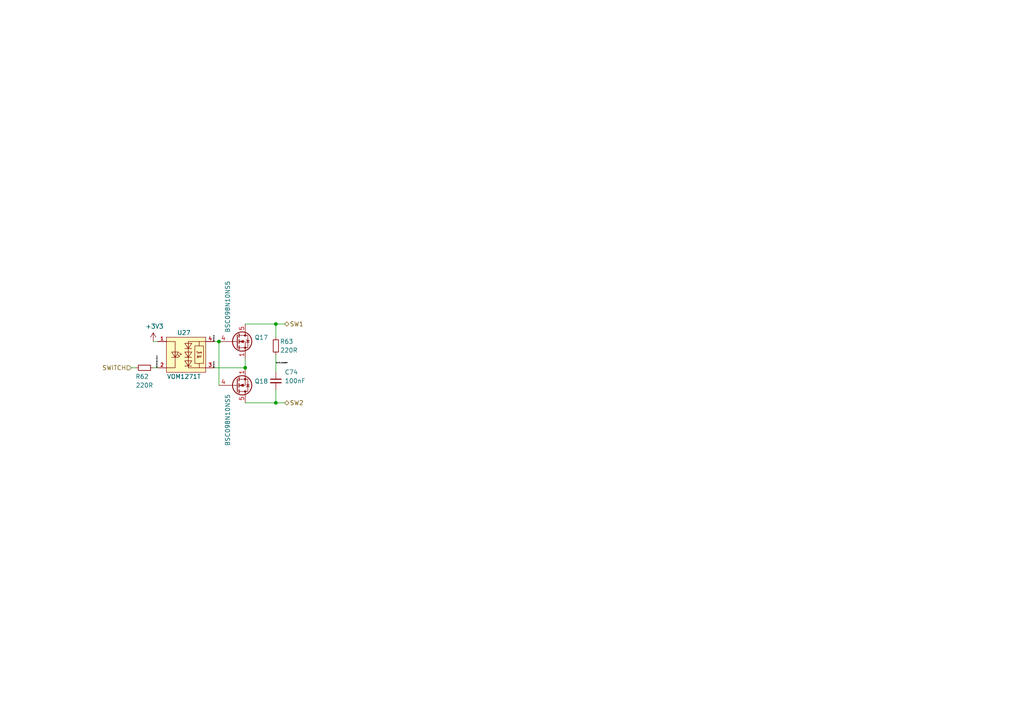
<source format=kicad_sch>
(kicad_sch (version 20230121) (generator eeschema)
  (paper "A4")
  (lib_symbols
    (symbol "Device:C_Small" (pin_numbers hide) (pin_names (offset 0.254) hide)
      (property "Reference" "C" (at 0.254 1.778 0))
      (property "Value" "C_Small" (at 0.254 -2.032 0))
      (symbol "C_Small_0_1"
        (polyline (pts (xy -1.524 -0.508) (xy 1.524 -0.508)) (stroke (width 0.3302)))
        (polyline (pts (xy -1.524 0.508) (xy 1.524 0.508)) (stroke (width 0.3048)))
      )
      (symbol "C_Small_1_1"
        (pin passive line (at 0 2.54 270) (length 2.032) (name "~") (number "1"))
        (pin passive line (at 0 -2.54 90) (length 2.032) (name "~") (number "2"))
      )
    )
    (symbol "Device:R_Small" (pin_numbers hide) (pin_names (offset 0.254) hide)
      (property "Reference" "R" (at 0.762 0.508 0))
      (property "Value" "R_Small" (at 0.762 -1.016 0))
      (symbol "R_Small_0_1"
        (rectangle (start -0.762 1.778) (end 0.762 -1.778) (stroke (width 0.2032)))
      )
      (symbol "R_Small_1_1"
        (pin passive line (at 0 2.54 270) (length 0.762) (name "~") (number "1"))
        (pin passive line (at 0 -2.54 90) (length 0.762) (name "~") (number "2"))
      )
    )
    (symbol "Transistor_FET:BSC098N10NS5" (pin_names hide)
      (property "Reference" "Q" (at 5.08 1.905 0))
      (property "Value" "BSC098N10NS5" (at 5.08 0 0))
      (symbol "BSC098N10NS5_0_1"
        (polyline (pts (xy 0.254 0) (xy -2.54 0)))
        (polyline (pts (xy 0.254 1.905) (xy 0.254 -1.905)) (stroke (width 0.254)))
        (polyline (pts (xy 0.762 -1.27) (xy 0.762 -2.286)) (stroke (width 0.254)))
        (polyline (pts (xy 0.762 0.508) (xy 0.762 -0.508)) (stroke (width 0.254)))
        (polyline (pts (xy 0.762 2.286) (xy 0.762 1.27)) (stroke (width 0.254)))
        (polyline (pts (xy 2.54 2.54) (xy 2.54 1.778)))
        (polyline (pts (xy 2.54 -2.54) (xy 2.54 0) (xy 0.762 0)))
        (polyline (pts (xy 0.762 -1.778) (xy 3.302 -1.778) (xy 3.302 1.778) (xy 0.762 1.778)))
        (polyline (pts (xy 1.016 0) (xy 2.032 0.381) (xy 2.032 -0.381) (xy 1.016 0)) (fill (type outline)))
        (polyline (pts (xy 2.794 0.508) (xy 2.921 0.381) (xy 3.683 0.381) (xy 3.81 0.254)))
        (polyline (pts (xy 3.302 0.381) (xy 2.921 -0.254) (xy 3.683 -0.254) (xy 3.302 0.381)))
        (circle (center 1.651 0) (radius 2.794) (stroke (width 0.254)))
        (circle (center 2.54 -1.778) (radius 0.254) (fill (type outline)))
        (circle (center 2.54 1.778) (radius 0.254) (fill (type outline)))
      )
      (symbol "BSC098N10NS5_1_1"
        (pin passive line (at 2.54 -5.08 90) (length 2.54) (name "S") (number "1"))
        (pin passive line (at 2.54 -5.08 90) (length 2.54) hide (name "S") (number "2"))
        (pin passive line (at 2.54 -5.08 90) (length 2.54) hide (name "S") (number "3"))
        (pin passive line (at -5.08 0 0) (length 2.54) (name "G") (number "4"))
        (pin passive line (at 2.54 5.08 270) (length 2.54) (name "D") (number "5"))
      )
    )
    (symbol "dp:VOM1271T" (pin_names (offset 1.016) hide)
      (property "Reference" "U" (at -0.635 5.715 0))
      (property "Value" "VOM1271T" (at -4.445 -6.985 0))
      (symbol "VOM1271T_0_0"
        (polyline (pts (xy 4.445 -2.54) (xy 4.445 -3.81)))
        (polyline (pts (xy 4.445 2.54) (xy 4.445 3.81)))
        (polyline (pts (xy 3.175 2.54) (xy 5.715 2.54) (xy 5.715 -2.54) (xy 3.175 -2.54) (xy 3.175 2.54)))
        (text "OFF" (at 4.445 -0.635 0) (effects (font (size 0.508 0.508))))
        (text "Turn" (at 4.445 0.635 0) (effects (font (size 0.508 0.508))))
        (pin passive line (at -7.62 3.81 0) (length 2.54) (name "A1") (number "1"))
        (pin passive line (at -7.62 -3.81 0) (length 2.54) (name "C1") (number "2"))
        (pin passive line (at 8.89 -3.81 180) (length 2.54) (name "C2") (number "3"))
        (pin passive line (at 8.89 3.81 180) (length 2.54) (name "A2") (number "4"))
      )
      (symbol "VOM1271T_0_1"
        (rectangle (start -5.08 5.08) (end 6.35 -5.08) (fill (type background)))
        (polyline (pts (xy -5.08 3.81) (xy -2.54 3.81) (xy -2.54 -3.81) (xy -5.08 -3.81)))
        (polyline (pts (xy 6.35 3.81) (xy 1.27 3.81) (xy 1.27 -3.81) (xy 6.35 -3.81)))
      )
      (symbol "VOM1271T_1_1"
        (polyline (pts (xy -3.556 -0.762) (xy -1.524 -0.762)))
        (polyline (pts (xy -2.54 1.016) (xy -2.54 -0.762)))
        (polyline (pts (xy 1.27 -3.302) (xy 1.27 -1.778)))
        (polyline (pts (xy 1.27 -0.762) (xy 1.27 0.762)))
        (polyline (pts (xy 1.27 1.778) (xy 1.27 3.302)))
        (polyline (pts (xy 2.286 -3.302) (xy 0.254 -3.302)))
        (polyline (pts (xy 2.286 -0.762) (xy 0.254 -0.762)))
        (polyline (pts (xy 2.286 1.778) (xy 0.254 1.778)))
        (polyline (pts (xy -3.556 0.762) (xy -2.54 -0.762) (xy -1.524 0.762) (xy -3.556 0.762)))
        (polyline (pts (xy 2.286 -1.778) (xy 1.27 -3.302) (xy 0.254 -1.778) (xy 2.286 -1.778)))
        (polyline (pts (xy 2.286 0.762) (xy 1.27 -0.762) (xy 0.254 0.762) (xy 2.286 0.762)))
        (polyline (pts (xy 2.286 3.302) (xy 1.27 1.778) (xy 0.254 3.302) (xy 2.286 3.302)))
        (polyline (pts (xy -1.778 0) (xy -1.27 -0.508) (xy -1.27 -0.254) (xy -1.27 -0.508) (xy -1.524 -0.508)))
        (polyline (pts (xy -1.27 0.508) (xy -0.762 0) (xy -0.762 0.254) (xy -0.762 0) (xy -1.016 0)))
      )
    )
    (symbol "power:+3V3" (power) (pin_names (offset 0))
      (property "Value" "+3V3" (at 0 3.556 0))
      (symbol "+3V3_0_1"
        (polyline (pts (xy -0.762 1.27) (xy 0 2.54)))
        (polyline (pts (xy 0 0) (xy 0 2.54)))
        (polyline (pts (xy 0 2.54) (xy 0.762 1.27)))
      )
      (symbol "+3V3_1_1"
        (pin power_in line (at 0 0 90) (length 0) hide (name "+3V3") (number "1"))
      )
    )
  )
  (junction (at 80.01 116.84))
  (junction (at 71.12 106.68))
  (junction (at 80.01 93.98))
  (junction (at 63.5 99.06))
  (wire (pts (xy 80.01 107.95) (xy 80.01 102.87)))
  (wire (pts (xy 71.12 116.84) (xy 80.01 116.84)))
  (wire (pts (xy 80.01 116.84) (xy 82.55 116.84)))
  (wire (pts (xy 63.5 99.06) (xy 63.5 111.76)))
  (wire (pts (xy 62.23 106.68) (xy 71.12 106.68)))
  (wire (pts (xy 44.45 99.06) (xy 45.72 99.06)))
  (wire (pts (xy 71.12 104.14) (xy 71.12 106.68)))
  (wire (pts (xy 45.72 106.68) (xy 44.45 106.68)))
  (wire (pts (xy 62.23 99.06) (xy 63.5 99.06)))
  (wire (pts (xy 71.12 93.98) (xy 80.01 93.98)))
  (wire (pts (xy 39.37 106.68) (xy 38.1 106.68)))
  (wire (pts (xy 80.01 113.03) (xy 80.01 116.84)))
  (wire (pts (xy 80.01 93.98) (xy 82.55 93.98)))
  (wire (pts (xy 80.01 93.98) (xy 80.01 97.79)))
  (label "SWITCH_SW_LED_I1" (at 45.72 106.68 90) (effects (font (size 0.254 0.254))))
  (label "SWITCH_G" (at 62.23 99.06 90) (effects (font (size 0.254 0.254))))
  (label "SWITCH_S" (at 62.23 106.68 90) (effects (font (size 0.254 0.254))))
  (label "SWITCH_SNUBBER" (at 80.01 105.41 0) (effects (font (size 0.254 0.254))))
  (hierarchical_label "SW2" (shape bidirectional) (at 82.55 116.84 0))
  (hierarchical_label "SW1" (shape bidirectional) (at 82.55 93.98 0))
  (hierarchical_label "SWITCH" (shape input) (at 38.1 106.68 180))
  (symbol (lib_id "power:+3V3") (at 44.45 99.06 0) (unit 1)
    (property "Reference" "#PWR063" (effects hide))
    (property "Value" "+3V3" (at 44.831 94.6658 0))
    (instances (project "jbc_solder" (path "" (reference "#PWR063") (unit 1)) (path "" (reference "#PWR060") (unit 1)) (path "" (reference "#PWR062") (unit 1)) (path "" (reference "#PWR061") (unit 1)) (path "" (reference "#PWR056") (unit 1)) (path "" (reference "#PWR057") (unit 1)) (path "" (reference "#PWR058") (unit 1)) (path "" (reference "#PWR059") (unit 1))))
  )
  (symbol (lib_id "Transistor_FET:BSC098N10NS5") (at 68.58 111.76 0) (mirror x) (unit 1)
    (property "Reference" "Q18" (at 73.8124 110.5916 0) (effects (justify left)))
    (property "Value" "BSC098N10NS5" (at 66.04 114.3 90) (effects (justify left)))
    (property "Footprint" "Package_TO_SOT_SMD:TDSON-8-1" (effects hide))
    (property "Datasheet" "http://www.infineon.com/dgdl/Infineon-BSC098N10NS5-DS-v02_00-EN.pdf?fileId=5546d4624ad04ef9014ae95ab4221bfd" (effects hide))
    (property "MOUSER_NO" "726-BSC098N10NS5" (effects hide))
    (instances (project "jbc_solder" (path "" (reference "Q18") (unit 1)) (path "" (reference "Q12") (unit 1)) (path "" (reference "Q16") (unit 1)) (path "" (reference "Q14") (unit 1)) (path "" (reference "Q4") (unit 1)) (path "" (reference "Q6") (unit 1)) (path "" (reference "Q8") (unit 1)) (path "" (reference "Q10") (unit 1))))
  )
  (symbol (lib_id "Transistor_FET:BSC098N10NS5") (at 68.58 99.06 0) (unit 1)
    (property "Reference" "Q17" (at 73.8124 97.8916 0) (effects (justify left)))
    (property "Value" "BSC098N10NS5" (at 66.04 96.52 90) (effects (justify left)))
    (property "Footprint" "Package_TO_SOT_SMD:TDSON-8-1" (effects hide))
    (property "Datasheet" "http://www.infineon.com/dgdl/Infineon-BSC098N10NS5-DS-v02_00-EN.pdf?fileId=5546d4624ad04ef9014ae95ab4221bfd" (effects hide))
    (property "MOUSER_NO" "726-BSC098N10NS5" (effects hide))
    (instances (project "jbc_solder" (path "" (reference "Q17") (unit 1)) (path "" (reference "Q11") (unit 1)) (path "" (reference "Q15") (unit 1)) (path "" (reference "Q13") (unit 1)) (path "" (reference "Q3") (unit 1)) (path "" (reference "Q5") (unit 1)) (path "" (reference "Q7") (unit 1)) (path "" (reference "Q9") (unit 1))))
  )
  (symbol (lib_id "dp:VOM1271T") (at 53.34 102.87 0) (unit 1)
    (property "Reference" "U27" (at 53.34 96.52 0))
    (property "Value" "VOM1271T" (at 53.34 109.22 0))
    (property "Footprint" "dp:SOP-4_4.6x4.9_P2.54mm" (effects hide))
    (property "Datasheet" "https://www.vishay.com/docs/83469/vom1271t.pdf" (effects hide))
    (property "MOUSER_NO" "78-VOM1271T" (effects hide))
    (instances (project "jbc_solder" (path "" (reference "U27") (unit 1)) (path "" (reference "U24") (unit 1)) (path "" (reference "U26") (unit 1)) (path "" (reference "U25") (unit 1)) (path "" (reference "U20") (unit 1)) (path "" (reference "U21") (unit 1)) (path "" (reference "U22") (unit 1)) (path "" (reference "U23") (unit 1))))
  )
  (symbol (lib_id "Device:R_Small") (at 41.91 106.68 90) (unit 1)
    (property "Reference" "R62" (at 43.18 109.22 90) (effects (justify left)))
    (property "Value" "220R" (at 44.45 111.76 90) (effects (justify left)))
    (property "Footprint" "Resistor_SMD:R_0402_1005Metric" (effects hide))
    (property "MOUSER_NO" "71-CRCW0402220RJNEDH" (effects hide))
    (instances (project "jbc_solder" (path "" (reference "R62") (unit 1)) (path "" (reference "R56") (unit 1)) (path "" (reference "R60") (unit 1)) (path "" (reference "R58") (unit 1)) (path "" (reference "R48") (unit 1)) (path "" (reference "R50") (unit 1)) (path "" (reference "R52") (unit 1)) (path "" (reference "R54") (unit 1))))
  )
  (symbol (lib_id "Device:R_Small") (at 80.01 100.33 180) (unit 1)
    (property "Reference" "R63" (at 85.09 99.06 0) (effects (justify left)))
    (property "Value" "220R" (at 86.36 101.6 0) (effects (justify left)))
    (property "Footprint" "Resistor_SMD:R_0402_1005Metric" (effects hide))
    (property "MOUSER_NO" "71-CRCW0402220RJNEDH" (effects hide))
    (instances (project "jbc_solder" (path "" (reference "R63") (unit 1)) (path "" (reference "R57") (unit 1)) (path "" (reference "R61") (unit 1)) (path "" (reference "R59") (unit 1)) (path "" (reference "R49") (unit 1)) (path "" (reference "R51") (unit 1)) (path "" (reference "R53") (unit 1)) (path "" (reference "R55") (unit 1))))
  )
  (symbol (lib_id "Device:C_Small") (at 80.01 110.49 0) (unit 1)
    (property "Reference" "C74" (at 82.55 107.95 0) (effects (justify left)))
    (property "Value" "100nF" (at 82.55 110.49 0) (effects (justify left)))
    (property "Footprint" "Capacitor_SMD:C_0402_1005Metric" (effects hide))
    (property "MOUSER_NO" "81-GRM155R71H104KE4D" (effects hide))
    (instances (project "jbc_solder" (path "" (reference "C74") (unit 1)) (path "" (reference "C71") (unit 1)) (path "" (reference "C73") (unit 1)) (path "" (reference "C72") (unit 1)) (path "" (reference "C67") (unit 1)) (path "" (reference "C68") (unit 1)) (path "" (reference "C69") (unit 1)) (path "" (reference "C70") (unit 1))))
  )
)
</source>
